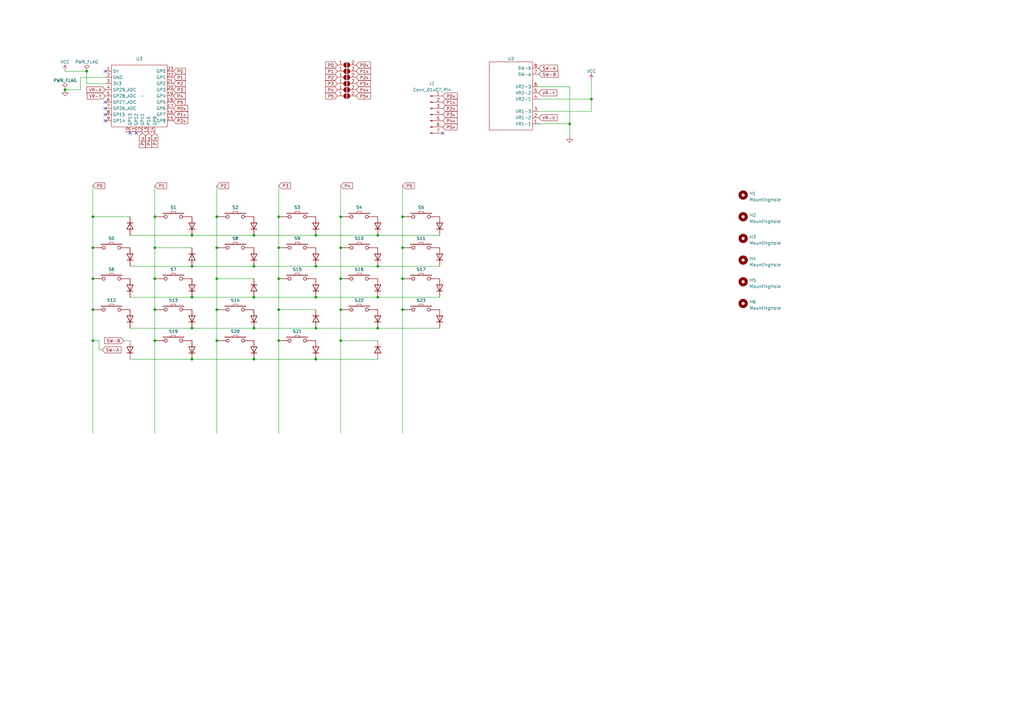
<source format=kicad_sch>
(kicad_sch (version 20230121) (generator eeschema)
  (paper "A3")
  (lib_symbols
    (symbol "Connector:Conn_01x07_Pin" (pin_names (offset 1.016) hide)
      (property "Reference" "J" (at 0 10.16 0))
      (property "Value" "Conn_01x07_Pin" (at 0 -10.16 0))
      (symbol "Conn_01x07_Pin_1_1"
        (polyline (pts (xy 1.27 -7.62) (xy 0.8636 -7.62)) (stroke (width 0.1524)))
        (polyline (pts (xy 1.27 -5.08) (xy 0.8636 -5.08)) (stroke (width 0.1524)))
        (polyline (pts (xy 1.27 -2.54) (xy 0.8636 -2.54)) (stroke (width 0.1524)))
        (polyline (pts (xy 1.27 0) (xy 0.8636 0)) (stroke (width 0.1524)))
        (polyline (pts (xy 1.27 2.54) (xy 0.8636 2.54)) (stroke (width 0.1524)))
        (polyline (pts (xy 1.27 5.08) (xy 0.8636 5.08)) (stroke (width 0.1524)))
        (polyline (pts (xy 1.27 7.62) (xy 0.8636 7.62)) (stroke (width 0.1524)))
        (rectangle (start 0.8636 -7.493) (end 0 -7.747) (stroke (width 0.1524)) (fill (type outline)))
        (rectangle (start 0.8636 -4.953) (end 0 -5.207) (stroke (width 0.1524)) (fill (type outline)))
        (rectangle (start 0.8636 -2.413) (end 0 -2.667) (stroke (width 0.1524)) (fill (type outline)))
        (rectangle (start 0.8636 0.127) (end 0 -0.127) (stroke (width 0.1524)) (fill (type outline)))
        (rectangle (start 0.8636 2.667) (end 0 2.413) (stroke (width 0.1524)) (fill (type outline)))
        (rectangle (start 0.8636 5.207) (end 0 4.953) (stroke (width 0.1524)) (fill (type outline)))
        (rectangle (start 0.8636 7.747) (end 0 7.493) (stroke (width 0.1524)) (fill (type outline)))
        (pin passive line (at 5.08 7.62 180) (length 3.81) (name "Pin_1") (number "1"))
        (pin passive line (at 5.08 5.08 180) (length 3.81) (name "Pin_2") (number "2"))
        (pin passive line (at 5.08 2.54 180) (length 3.81) (name "Pin_3") (number "3"))
        (pin passive line (at 5.08 0 180) (length 3.81) (name "Pin_4") (number "4"))
        (pin passive line (at 5.08 -2.54 180) (length 3.81) (name "Pin_5") (number "5"))
        (pin passive line (at 5.08 -5.08 180) (length 3.81) (name "Pin_6") (number "6"))
        (pin passive line (at 5.08 -7.62 180) (length 3.81) (name "Pin_7") (number "7"))
      )
    )
    (symbol "Diode:1N4148" (pin_numbers hide) (pin_names hide)
      (property "Reference" "D" (at 0 2.54 0))
      (property "Value" "1N4148" (at 0 -2.54 0))
      (symbol "1N4148_0_1"
        (polyline (pts (xy -1.27 1.27) (xy -1.27 -1.27)) (stroke (width 0.254)))
        (polyline (pts (xy 1.27 0) (xy -1.27 0)))
        (polyline (pts (xy 1.27 1.27) (xy 1.27 -1.27) (xy -1.27 0) (xy 1.27 1.27)) (stroke (width 0.254)))
      )
      (symbol "1N4148_1_1"
        (pin passive line (at -3.81 0 0) (length 2.54) (name "K") (number "1"))
        (pin passive line (at 3.81 0 180) (length 2.54) (name "A") (number "2"))
      )
    )
    (symbol "Jumper:SolderJumper_2_Open" (pin_names (offset 0) hide)
      (property "Reference" "JP" (at 0 2.032 0))
      (property "Value" "SolderJumper_2_Open" (at 0 -2.54 0))
      (symbol "SolderJumper_2_Open_0_1"
        (arc (start -0.254 1.016) (mid -1.2656 0) (end -0.254 -1.016))
        (arc (start -0.254 1.016) (mid -1.2656 0) (end -0.254 -1.016) (fill (type outline)))
        (polyline (pts (xy -0.254 1.016) (xy -0.254 -1.016)))
        (polyline (pts (xy 0.254 1.016) (xy 0.254 -1.016)))
        (arc (start 0.254 -1.016) (mid 1.2656 0) (end 0.254 1.016))
        (arc (start 0.254 -1.016) (mid 1.2656 0) (end 0.254 1.016) (fill (type outline)))
      )
      (symbol "SolderJumper_2_Open_1_1"
        (pin passive line (at -3.81 0 0) (length 2.54) (name "A") (number "1"))
        (pin passive line (at 3.81 0 180) (length 2.54) (name "B") (number "2"))
      )
    )
    (symbol "Mechanical:MountingHole" (pin_names (offset 1.016))
      (property "Reference" "H" (at 0 5.08 0))
      (property "Value" "MountingHole" (at 0 3.175 0))
      (symbol "MountingHole_0_1"
        (circle (center 0 0) (radius 1.27) (stroke (width 1.27)))
      )
    )
    (symbol "foostan/kbd:SW_PUSH" (pin_numbers hide) (pin_names (offset 1.016) hide)
      (property "Reference" "SW" (at 3.81 2.794 0))
      (property "Value" "SW_PUSH" (at 0 -2.032 0))
      (symbol "SW_PUSH_0_1"
        (rectangle (start -4.318 1.27) (end 4.318 1.524))
        (polyline (pts (xy -1.016 1.524) (xy -0.762 2.286) (xy 0.762 2.286) (xy 1.016 1.524)))
        (pin passive inverted (at -7.62 0 0) (length 5.08) (name "1") (number "1"))
        (pin passive inverted (at 7.62 0 180) (length 5.08) (name "2") (number "2"))
      )
    )
    (symbol "power:GND" (power) (pin_names (offset 0))
      (property "Value" "GND" (at 0 -3.81 0))
      (symbol "GND_0_1"
        (polyline (pts (xy 0 0) (xy 0 -1.27) (xy 1.27 -1.27) (xy 0 -2.54) (xy -1.27 -1.27) (xy 0 -1.27)))
      )
      (symbol "GND_1_1"
        (pin power_in line (at 0 0 270) (length 0) hide (name "GND") (number "1"))
      )
    )
    (symbol "power:PWR_FLAG" (power) (pin_numbers hide) (pin_names (offset 0) hide)
      (property "Value" "PWR_FLAG" (at 0 3.81 0))
      (symbol "PWR_FLAG_0_0"
        (pin power_out line (at 0 0 90) (length 0) (name "pwr") (number "1"))
      )
      (symbol "PWR_FLAG_0_1"
        (polyline (pts (xy 0 0) (xy 0 1.27) (xy -1.016 1.905) (xy 0 2.54) (xy 1.016 1.905) (xy 0 1.27)))
      )
    )
    (symbol "power:VCC" (power) (pin_names (offset 0))
      (property "Value" "VCC" (at 0 3.81 0))
      (symbol "VCC_0_1"
        (polyline (pts (xy -0.762 1.27) (xy 0 2.54)))
        (polyline (pts (xy 0 0) (xy 0 2.54)))
        (polyline (pts (xy 0 2.54) (xy 0.762 1.27)))
      )
      (symbol "VCC_1_1"
        (pin power_in line (at 0 0 90) (length 0) hide (name "VCC") (number "1"))
      )
    )
    (symbol "xiao:RKJXV122400R"
      (property "Reference" "U" (at 0 -2.54 0))
      (symbol "RKJXV122400R_0_1"
        (rectangle (start -20.32 25.4) (end -2.54 -2.54))
      )
      (symbol "RKJXV122400R_1_1"
        (pin input line (at 0 0 180) (length 2.54) (name "VR1-1") (number "1"))
        (pin output line (at 0 2.54 180) (length 2.54) (name "VR1-2") (number "2"))
        (pin input line (at 0 5.08 180) (length 2.54) (name "VR1-3") (number "3"))
        (pin input line (at 0 10.16 180) (length 2.54) (name "VR2-1") (number "4"))
        (pin output line (at 0 12.7 180) (length 2.54) (name "VR2-2") (number "5"))
        (pin input line (at 0 15.24 180) (length 2.54) (name "VR2-3") (number "6"))
        (pin input line (at 0 20.32 180) (length 2.54) (name "SW-a") (number "7"))
        (pin input line (at 0 22.86 180) (length 2.54) (name "SW-b") (number "8"))
      )
    )
    (symbol "xiao:rp2040zero"
      (property "Reference" "U" (at 0 0 0))
      (symbol "rp2040zero_0_1"
        (rectangle (start -12.7 -12.7) (end 10.16 12.7))
      )
      (symbol "rp2040zero_1_1"
        (pin input line (at -15.24 10.16 0) (length 2.54) (name "5V") (number "1"))
        (pin input line (at -5.08 -15.24 90) (length 2.54) (name "GP13") (number "10"))
        (pin input line (at -2.54 -15.24 90) (length 2.54) (name "GP12") (number "11"))
        (pin input line (at 0 -15.24 90) (length 2.54) (name "GP11") (number "12"))
        (pin input line (at 2.54 -15.24 90) (length 2.54) (name "P10") (number "13"))
        (pin input line (at 5.08 -15.24 90) (length 2.54) (name "GP9") (number "14"))
        (pin input line (at 12.7 -10.16 180) (length 2.54) (name "GP8") (number "15"))
        (pin input line (at 12.7 -7.62 180) (length 2.54) (name "GP7") (number "16"))
        (pin input line (at 12.7 -5.08 180) (length 2.54) (name "GP6") (number "17"))
        (pin input line (at 12.7 -2.54 180) (length 2.54) (name "GP5") (number "18"))
        (pin input line (at 12.7 0 180) (length 2.54) (name "GP4") (number "19"))
        (pin input line (at -15.24 7.62 0) (length 2.54) (name "GND") (number "2"))
        (pin input line (at 12.7 2.54 180) (length 2.54) (name "GP3") (number "20"))
        (pin input line (at 12.7 5.08 180) (length 2.54) (name "GP2") (number "21"))
        (pin input line (at 12.7 7.62 180) (length 2.54) (name "GP1") (number "22"))
        (pin input line (at 12.7 10.16 180) (length 2.54) (name "GP0") (number "23"))
        (pin input line (at -15.24 5.08 0) (length 2.54) (name "3V3") (number "3"))
        (pin input line (at -15.24 2.54 0) (length 2.54) (name "GP29_ADC") (number "4"))
        (pin input line (at -15.24 0 0) (length 2.54) (name "GP28_ADC") (number "5"))
        (pin input line (at -15.24 -2.54 0) (length 2.54) (name "GP27_ADC") (number "6"))
        (pin input line (at -15.24 -5.08 0) (length 2.54) (name "GP26_ADC") (number "7"))
        (pin input line (at -15.24 -7.62 0) (length 2.54) (name "GP15") (number "8"))
        (pin input line (at -15.24 -10.16 0) (length 2.54) (name "GP14") (number "9"))
      )
    )
  )
  (junction (at 63.5 127))
  (junction (at 139.7 101.6))
  (junction (at 139.7 139.7))
  (junction (at 88.9 114.3))
  (junction (at 26.67 36.83))
  (junction (at 63.5 88.9))
  (junction (at 38.1 139.7))
  (junction (at 129.54 109.22))
  (junction (at 154.94 121.92))
  (junction (at 114.3 88.9))
  (junction (at 242.57 40.64))
  (junction (at 78.74 147.32))
  (junction (at 88.9 139.7))
  (junction (at 114.3 101.6))
  (junction (at 165.1 127))
  (junction (at 129.54 134.62))
  (junction (at 165.1 114.3))
  (junction (at 104.14 109.22))
  (junction (at 38.1 127))
  (junction (at 88.9 127))
  (junction (at 233.68 50.8))
  (junction (at 154.94 134.62))
  (junction (at 78.74 109.22))
  (junction (at 129.54 96.52))
  (junction (at 165.1 88.9))
  (junction (at 139.7 88.9))
  (junction (at 104.14 96.52))
  (junction (at 63.5 114.3))
  (junction (at 38.1 114.3))
  (junction (at 38.1 101.6))
  (junction (at 88.9 101.6))
  (junction (at 78.74 96.52))
  (junction (at 154.94 109.22))
  (junction (at 139.7 114.3))
  (junction (at 114.3 127))
  (junction (at 114.3 114.3))
  (junction (at 104.14 147.32))
  (junction (at 38.1 88.9))
  (junction (at 139.7 127))
  (junction (at 88.9 88.9))
  (junction (at 165.1 101.6))
  (junction (at 104.14 121.92))
  (junction (at 78.74 121.92))
  (junction (at 129.54 147.32))
  (junction (at 129.54 121.92))
  (junction (at 154.94 96.52))
  (junction (at 104.14 134.62))
  (junction (at 63.5 139.7))
  (junction (at 63.5 101.6))
  (junction (at 35.56 29.21))
  (junction (at 114.3 139.7))
  (junction (at 78.74 134.62))
  (no_connect (at 43.18 44.45))
  (no_connect (at 43.18 49.53))
  (no_connect (at 181.61 54.61))
  (no_connect (at 43.18 46.99))
  (no_connect (at 55.88 54.61))
  (no_connect (at 43.18 29.21))
  (no_connect (at 53.34 54.61))
  (no_connect (at 43.18 41.91))
  (wire (pts (xy 139.7 76.2) (xy 139.7 88.9)))
  (wire (pts (xy 53.34 109.22) (xy 78.74 109.22)))
  (wire (pts (xy 88.9 88.9) (xy 88.9 101.6)))
  (wire (pts (xy 114.3 101.6) (xy 114.3 114.3)))
  (wire (pts (xy 129.54 121.92) (xy 154.94 121.92)))
  (wire (pts (xy 220.98 45.72) (xy 242.57 45.72)))
  (wire (pts (xy 139.7 139.7) (xy 154.94 139.7)))
  (wire (pts (xy 139.7 88.9) (xy 139.7 101.6)))
  (wire (pts (xy 53.34 121.92) (xy 78.74 121.92)))
  (wire (pts (xy 233.68 55.88) (xy 233.68 50.8)))
  (wire (pts (xy 38.1 127) (xy 38.1 139.7)))
  (wire (pts (xy 38.1 76.2) (xy 38.1 88.9)))
  (wire (pts (xy 154.94 134.62) (xy 180.34 134.62)))
  (wire (pts (xy 41.91 143.51) (xy 40.64 143.51)))
  (wire (pts (xy 220.98 40.64) (xy 242.57 40.64)))
  (wire (pts (xy 63.5 127) (xy 63.5 139.7)))
  (wire (pts (xy 129.54 96.52) (xy 154.94 96.52)))
  (wire (pts (xy 35.56 29.21) (xy 35.56 34.29)))
  (wire (pts (xy 63.5 101.6) (xy 63.5 114.3)))
  (wire (pts (xy 38.1 114.3) (xy 38.1 127)))
  (wire (pts (xy 78.74 134.62) (xy 104.14 134.62)))
  (wire (pts (xy 165.1 114.3) (xy 165.1 127)))
  (wire (pts (xy 33.02 36.83) (xy 33.02 31.75)))
  (wire (pts (xy 88.9 114.3) (xy 88.9 127)))
  (wire (pts (xy 88.9 127) (xy 88.9 139.7)))
  (wire (pts (xy 53.34 96.52) (xy 78.74 96.52)))
  (wire (pts (xy 220.98 50.8) (xy 233.68 50.8)))
  (wire (pts (xy 88.9 101.6) (xy 88.9 114.3)))
  (wire (pts (xy 104.14 134.62) (xy 129.54 134.62)))
  (wire (pts (xy 129.54 134.62) (xy 154.94 134.62)))
  (wire (pts (xy 50.8 139.7) (xy 53.34 139.7)))
  (wire (pts (xy 53.34 147.32) (xy 78.74 147.32)))
  (wire (pts (xy 26.67 29.21) (xy 35.56 29.21)))
  (wire (pts (xy 114.3 114.3) (xy 114.3 127)))
  (wire (pts (xy 154.94 121.92) (xy 180.34 121.92)))
  (wire (pts (xy 165.1 88.9) (xy 165.1 101.6)))
  (wire (pts (xy 40.64 139.7) (xy 38.1 139.7)))
  (wire (pts (xy 38.1 139.7) (xy 38.1 177.8)))
  (wire (pts (xy 26.67 36.83) (xy 33.02 36.83)))
  (wire (pts (xy 114.3 127) (xy 114.3 139.7)))
  (wire (pts (xy 63.5 88.9) (xy 63.5 101.6)))
  (wire (pts (xy 35.56 34.29) (xy 43.18 34.29)))
  (wire (pts (xy 114.3 127) (xy 129.54 127)))
  (wire (pts (xy 104.14 147.32) (xy 129.54 147.32)))
  (wire (pts (xy 40.64 143.51) (xy 40.64 139.7)))
  (wire (pts (xy 154.94 109.22) (xy 180.34 109.22)))
  (wire (pts (xy 63.5 76.2) (xy 63.5 88.9)))
  (wire (pts (xy 114.3 88.9) (xy 114.3 101.6)))
  (wire (pts (xy 104.14 109.22) (xy 129.54 109.22)))
  (wire (pts (xy 104.14 96.52) (xy 129.54 96.52)))
  (wire (pts (xy 139.7 127) (xy 139.7 139.7)))
  (wire (pts (xy 63.5 139.7) (xy 63.5 177.8)))
  (wire (pts (xy 154.94 96.52) (xy 180.34 96.52)))
  (wire (pts (xy 242.57 45.72) (xy 242.57 40.64)))
  (wire (pts (xy 33.02 31.75) (xy 43.18 31.75)))
  (wire (pts (xy 78.74 121.92) (xy 104.14 121.92)))
  (wire (pts (xy 165.1 101.6) (xy 165.1 114.3)))
  (wire (pts (xy 165.1 76.2) (xy 165.1 88.9)))
  (wire (pts (xy 78.74 109.22) (xy 104.14 109.22)))
  (wire (pts (xy 139.7 114.3) (xy 139.7 127)))
  (wire (pts (xy 88.9 114.3) (xy 104.14 114.3)))
  (wire (pts (xy 114.3 139.7) (xy 114.3 177.8)))
  (wire (pts (xy 104.14 121.92) (xy 129.54 121.92)))
  (wire (pts (xy 78.74 147.32) (xy 104.14 147.32)))
  (wire (pts (xy 88.9 139.7) (xy 88.9 177.8)))
  (wire (pts (xy 38.1 88.9) (xy 53.34 88.9)))
  (wire (pts (xy 114.3 76.2) (xy 114.3 88.9)))
  (wire (pts (xy 129.54 147.32) (xy 154.94 147.32)))
  (wire (pts (xy 139.7 139.7) (xy 139.7 177.8)))
  (wire (pts (xy 78.74 96.52) (xy 104.14 96.52)))
  (wire (pts (xy 220.98 35.56) (xy 233.68 35.56)))
  (wire (pts (xy 233.68 35.56) (xy 233.68 50.8)))
  (wire (pts (xy 139.7 101.6) (xy 139.7 114.3)))
  (wire (pts (xy 63.5 114.3) (xy 63.5 127)))
  (wire (pts (xy 165.1 127) (xy 165.1 177.8)))
  (wire (pts (xy 63.5 101.6) (xy 78.74 101.6)))
  (wire (pts (xy 38.1 101.6) (xy 38.1 114.3)))
  (wire (pts (xy 129.54 109.22) (xy 154.94 109.22)))
  (wire (pts (xy 38.1 88.9) (xy 38.1 101.6)))
  (wire (pts (xy 53.34 134.62) (xy 78.74 134.62)))
  (wire (pts (xy 242.57 40.64) (xy 242.57 33.02)))
  (wire (pts (xy 88.9 76.2) (xy 88.9 88.9)))
  (global_label "P0" (shape input) (at 71.12 29.21 0) (property "Intersheetrefs" "${INTERSHEET_REFS}" (effects hide)))
  (global_label "P2" (shape input) (at 71.12 34.29 0) (property "Intersheetrefs" "${INTERSHEET_REFS}" (effects hide)))
  (global_label "P4" (shape input) (at 139.7 76.2 0) (property "Intersheetrefs" "${INTERSHEET_REFS}" (effects hide)))
  (global_label "P1" (shape input) (at 71.12 31.75 0) (property "Intersheetrefs" "${INTERSHEET_REFS}" (effects hide)))
  (global_label "P4x" (shape input) (at 181.61 49.53 0) (property "Intersheetrefs" "${INTERSHEET_REFS}" (effects hide)))
  (global_label "VR-X" (shape input) (at 220.98 48.26 0) (property "Intersheetrefs" "${INTERSHEET_REFS}" (effects hide)))
  (global_label "P1" (shape input) (at 63.5 76.2 0) (property "Intersheetrefs" "${INTERSHEET_REFS}" (effects hide)))
  (global_label "P1x" (shape input) (at 146.05 29.21 0) (property "Intersheetrefs" "${INTERSHEET_REFS}" (effects hide)))
  (global_label "P3x" (shape input) (at 63.5 54.61 270) (property "Intersheetrefs" "${INTERSHEET_REFS}" (effects hide)))
  (global_label "P5x" (shape input) (at 181.61 52.07 0) (property "Intersheetrefs" "${INTERSHEET_REFS}" (effects hide)))
  (global_label "P5" (shape input) (at 165.1 76.2 0) (property "Intersheetrefs" "${INTERSHEET_REFS}" (effects hide)))
  (global_label "P4x" (shape input) (at 60.96 54.61 270) (property "Intersheetrefs" "${INTERSHEET_REFS}" (effects hide)))
  (global_label "P4" (shape input) (at 71.12 39.37 0) (property "Intersheetrefs" "${INTERSHEET_REFS}" (effects hide)))
  (global_label "P0x" (shape input) (at 146.05 26.67 0) (property "Intersheetrefs" "${INTERSHEET_REFS}" (effects hide)))
  (global_label "P3" (shape input) (at 71.12 36.83 0) (property "Intersheetrefs" "${INTERSHEET_REFS}" (effects hide)))
  (global_label "P0x" (shape input) (at 181.61 39.37 0) (property "Intersheetrefs" "${INTERSHEET_REFS}" (effects hide)))
  (global_label "P2" (shape input) (at 88.9 76.2 0) (property "Intersheetrefs" "${INTERSHEET_REFS}" (effects hide)))
  (global_label "P1x" (shape input) (at 181.61 41.91 0) (property "Intersheetrefs" "${INTERSHEET_REFS}" (effects hide)))
  (global_label "VR-Y" (shape input) (at 220.98 38.1 0) (property "Intersheetrefs" "${INTERSHEET_REFS}" (effects hide)))
  (global_label "P3x" (shape input) (at 181.61 46.99 0) (property "Intersheetrefs" "${INTERSHEET_REFS}" (effects hide)))
  (global_label "P3x" (shape input) (at 146.05 34.29 0) (property "Intersheetrefs" "${INTERSHEET_REFS}" (effects hide)))
  (global_label "VR-Y" (shape input) (at 43.18 39.37 180) (property "Intersheetrefs" "${INTERSHEET_REFS}" (effects hide)))
  (global_label "P2" (shape input) (at 138.43 31.75 180) (property "Intersheetrefs" "${INTERSHEET_REFS}" (effects hide)))
  (global_label "SW-A" (shape input) (at 220.98 27.94 0) (property "Intersheetrefs" "${INTERSHEET_REFS}" (effects hide)))
  (global_label "P5x" (shape input) (at 146.05 39.37 0) (property "Intersheetrefs" "${INTERSHEET_REFS}" (effects hide)))
  (global_label "SW-B" (shape input) (at 50.8 139.7 180) (property "Intersheetrefs" "${INTERSHEET_REFS}" (effects hide)))
  (global_label "P0x" (shape input) (at 71.12 44.45 0) (property "Intersheetrefs" "${INTERSHEET_REFS}" (effects hide)))
  (global_label "P2x" (shape input) (at 181.61 44.45 0) (property "Intersheetrefs" "${INTERSHEET_REFS}" (effects hide)))
  (global_label "P4x" (shape input) (at 146.05 36.83 0) (property "Intersheetrefs" "${INTERSHEET_REFS}" (effects hide)))
  (global_label "P2x" (shape input) (at 71.12 49.53 0) (property "Intersheetrefs" "${INTERSHEET_REFS}" (effects hide)))
  (global_label "P3" (shape input) (at 138.43 34.29 180) (property "Intersheetrefs" "${INTERSHEET_REFS}" (effects hide)))
  (global_label "SW-B" (shape input) (at 220.98 30.48 0) (property "Intersheetrefs" "${INTERSHEET_REFS}" (effects hide)))
  (global_label "P1" (shape input) (at 138.43 29.21 180) (property "Intersheetrefs" "${INTERSHEET_REFS}" (effects hide)))
  (global_label "P2x" (shape input) (at 146.05 31.75 0) (property "Intersheetrefs" "${INTERSHEET_REFS}" (effects hide)))
  (global_label "P5" (shape input) (at 138.43 39.37 180) (property "Intersheetrefs" "${INTERSHEET_REFS}" (effects hide)))
  (global_label "P0" (shape input) (at 38.1 76.2 0) (property "Intersheetrefs" "${INTERSHEET_REFS}" (effects hide)))
  (global_label "P5x" (shape input) (at 58.42 54.61 270) (property "Intersheetrefs" "${INTERSHEET_REFS}" (effects hide)))
  (global_label "P5" (shape input) (at 71.12 41.91 0) (property "Intersheetrefs" "${INTERSHEET_REFS}" (effects hide)))
  (global_label "P3" (shape input) (at 114.3 76.2 0) (property "Intersheetrefs" "${INTERSHEET_REFS}" (effects hide)))
  (global_label "P4" (shape input) (at 138.43 36.83 180) (property "Intersheetrefs" "${INTERSHEET_REFS}" (effects hide)))
  (global_label "VR-X" (shape input) (at 43.18 36.83 180) (property "Intersheetrefs" "${INTERSHEET_REFS}" (effects hide)))
  (global_label "SW-A" (shape input) (at 41.91 143.51 0) (property "Intersheetrefs" "${INTERSHEET_REFS}" (effects hide)))
  (global_label "P0" (shape input) (at 138.43 26.67 180) (property "Intersheetrefs" "${INTERSHEET_REFS}" (effects hide)))
  (global_label "P1x" (shape input) (at 71.12 46.99 0) (property "Intersheetrefs" "${INTERSHEET_REFS}" (effects hide)))
  (symbol (lib_id "foostan/kbd:SW_PUSH") (at 172.72 127 0) (unit 1)
    (property "Reference" "S23" (at 172.72 123.19 0))
    (property "Value" "SW_PUSH" (effects hide))
    (property "Footprint" "foostan/kbd:CherryMX_Hotswap" (effects hide))
  )
  (symbol (lib_id "Diode:1N4148") (at 129.54 92.71 90) (unit 1)
    (property "Reference" "D25" (effects hide))
    (property "Value" "1N4148" (effects hide))
    (property "Footprint" "foostan/kbd:D3_SMD_v2" (effects hide))
    (property "Datasheet" "https://assets.nexperia.com/documents/data-sheet/1N4148_1N4448.pdf" (effects hide))
    (property "Sim.Device" "D" (effects hide))
    (property "Sim.Pins" "1=K 2=A" (effects hide))
  )
  (symbol (lib_id "Jumper:SolderJumper_2_Open") (at 142.24 36.83 0) (unit 1)
    (property "Reference" "JP5" (effects hide))
    (property "Value" "SolderJumper_2_Open" (effects hide))
    (property "Footprint" "Jumper:SolderJumper-2_P1.3mm_Open_Pad1.0x1.5mm" (effects hide))
  )
  (symbol (lib_id "Diode:1N4148") (at 154.94 105.41 90) (unit 1)
    (property "Reference" "D34" (effects hide))
    (property "Value" "1N4148" (effects hide))
    (property "Footprint" "foostan/kbd:D3_SMD_v2" (effects hide))
    (property "Datasheet" "https://assets.nexperia.com/documents/data-sheet/1N4148_1N4448.pdf" (effects hide))
    (property "Sim.Device" "D" (effects hide))
    (property "Sim.Pins" "1=K 2=A" (effects hide))
  )
  (symbol (lib_id "power:GND") (at 233.68 55.88 0) (unit 1)
    (property "Reference" "#PWR02" (effects hide))
    (property "Value" "GND" (effects hide))
  )
  (symbol (lib_id "Jumper:SolderJumper_2_Open") (at 142.24 31.75 0) (unit 1)
    (property "Reference" "JP3" (effects hide))
    (property "Value" "SolderJumper_2_Open" (effects hide))
    (property "Footprint" "Jumper:SolderJumper-2_P1.3mm_Open_Pad1.0x1.5mm" (effects hide))
  )
  (symbol (lib_id "power:GND") (at 26.67 36.83 0) (unit 1)
    (property "Reference" "#PWR06" (effects hide))
    (property "Value" "GND" (effects hide))
  )
  (symbol (lib_id "Diode:1N4148") (at 104.14 118.11 270) (unit 1)
    (property "Reference" "D75" (effects hide))
    (property "Value" "1N4148" (effects hide))
    (property "Footprint" "foostan/kbd:D3_SMD_v2" (effects hide))
    (property "Datasheet" "https://assets.nexperia.com/documents/data-sheet/1N4148_1N4448.pdf" (effects hide))
    (property "Sim.Device" "D" (effects hide))
    (property "Sim.Pins" "1=K 2=A" (effects hide))
  )
  (symbol (lib_id "Diode:1N4148") (at 154.94 92.71 90) (unit 1)
    (property "Reference" "D33" (effects hide))
    (property "Value" "1N4148" (effects hide))
    (property "Footprint" "foostan/kbd:D3_SMD_v2" (effects hide))
    (property "Datasheet" "https://assets.nexperia.com/documents/data-sheet/1N4148_1N4448.pdf" (effects hide))
    (property "Sim.Device" "D" (effects hide))
    (property "Sim.Pins" "1=K 2=A" (effects hide))
  )
  (symbol (lib_id "foostan/kbd:SW_PUSH") (at 96.52 139.7 0) (unit 1)
    (property "Reference" "S20" (at 96.52 135.89 0))
    (property "Value" "SW_PUSH" (effects hide))
    (property "Footprint" "foostan/kbd:CherryMX_Hotswap" (effects hide))
  )
  (symbol (lib_id "foostan/kbd:SW_PUSH") (at 45.72 127 0) (unit 1)
    (property "Reference" "S12" (at 45.72 123.19 0))
    (property "Value" "SW_PUSH" (effects hide))
    (property "Footprint" "foostan/kbd:CherryMX_Hotswap" (effects hide))
  )
  (symbol (lib_id "Diode:1N4148") (at 129.54 105.41 90) (unit 1)
    (property "Reference" "D26" (effects hide))
    (property "Value" "1N4148" (effects hide))
    (property "Footprint" "foostan/kbd:D3_SMD_v2" (effects hide))
    (property "Datasheet" "https://assets.nexperia.com/documents/data-sheet/1N4148_1N4448.pdf" (effects hide))
    (property "Sim.Device" "D" (effects hide))
    (property "Sim.Pins" "1=K 2=A" (effects hide))
  )
  (symbol (lib_id "Mechanical:MountingHole") (at 304.8 106.68 0) (unit 1)
    (property "Reference" "H4" (at 307.34 106.045 0) (effects (justify left)))
    (property "Value" "MountingHole" (at 307.34 108.585 0) (effects (justify left)))
    (property "Footprint" "xiao:hole_2.5" (effects hide))
  )
  (symbol (lib_id "Diode:1N4148") (at 53.34 92.71 270) (unit 1)
    (property "Reference" "D73" (effects hide))
    (property "Value" "1N4148" (effects hide))
    (property "Footprint" "foostan/kbd:D3_SMD_v2" (effects hide))
    (property "Datasheet" "https://assets.nexperia.com/documents/data-sheet/1N4148_1N4448.pdf" (effects hide))
    (property "Sim.Device" "D" (effects hide))
    (property "Sim.Pins" "1=K 2=A" (effects hide))
  )
  (symbol (lib_id "Diode:1N4148") (at 78.74 118.11 90) (unit 1)
    (property "Reference" "D10" (effects hide))
    (property "Value" "1N4148" (effects hide))
    (property "Footprint" "foostan/kbd:D3_SMD_v2" (effects hide))
    (property "Datasheet" "https://assets.nexperia.com/documents/data-sheet/1N4148_1N4448.pdf" (effects hide))
    (property "Sim.Device" "D" (effects hide))
    (property "Sim.Pins" "1=K 2=A" (effects hide))
  )
  (symbol (lib_id "foostan/kbd:SW_PUSH") (at 147.32 127 0) (unit 1)
    (property "Reference" "S22" (at 147.32 123.19 0))
    (property "Value" "SW_PUSH" (effects hide))
    (property "Footprint" "foostan/kbd:CherryMX_Hotswap" (effects hide))
  )
  (symbol (lib_id "Jumper:SolderJumper_2_Open") (at 142.24 39.37 0) (unit 1)
    (property "Reference" "JP6" (effects hide))
    (property "Value" "SolderJumper_2_Open" (effects hide))
    (property "Footprint" "Jumper:SolderJumper-2_P1.3mm_Open_Pad1.0x1.5mm" (effects hide))
  )
  (symbol (lib_id "Mechanical:MountingHole") (at 304.8 115.57 0) (unit 1)
    (property "Reference" "H5" (at 307.34 114.935 0) (effects (justify left)))
    (property "Value" "MountingHole" (at 307.34 117.475 0) (effects (justify left)))
    (property "Footprint" "xiao:hole_2.5" (effects hide))
  )
  (symbol (lib_id "Mechanical:MountingHole") (at 304.8 97.79 0) (unit 1)
    (property "Reference" "H3" (at 307.34 97.155 0) (effects (justify left)))
    (property "Value" "MountingHole" (at 307.34 99.695 0) (effects (justify left)))
    (property "Footprint" "xiao:hole_2.5" (effects hide))
  )
  (symbol (lib_id "power:PWR_FLAG") (at 26.67 36.83 0) (unit 1)
    (property "Reference" "#FLG04" (effects hide))
    (property "Value" "PWR_FLAG" (at 26.67 33.02 0))
  )
  (symbol (lib_id "Diode:1N4148") (at 104.14 105.41 90) (unit 1)
    (property "Reference" "D18" (effects hide))
    (property "Value" "1N4148" (effects hide))
    (property "Footprint" "foostan/kbd:D3_SMD_v2" (effects hide))
    (property "Datasheet" "https://assets.nexperia.com/documents/data-sheet/1N4148_1N4448.pdf" (effects hide))
    (property "Sim.Device" "D" (effects hide))
    (property "Sim.Pins" "1=K 2=A" (effects hide))
  )
  (symbol (lib_id "foostan/kbd:SW_PUSH") (at 147.32 114.3 0) (unit 1)
    (property "Reference" "S16" (at 147.32 110.49 0))
    (property "Value" "SW_PUSH" (effects hide))
    (property "Footprint" "foostan/kbd:CherryMX_Hotswap" (effects hide))
  )
  (symbol (lib_id "foostan/kbd:SW_PUSH") (at 121.92 139.7 0) (unit 1)
    (property "Reference" "S21" (at 121.92 135.89 0))
    (property "Value" "SW_PUSH" (effects hide))
    (property "Footprint" "foostan/kbd:CherryMX_Hotswap" (effects hide))
  )
  (symbol (lib_id "Mechanical:MountingHole") (at 304.8 80.01 0) (unit 1)
    (property "Reference" "H1" (at 307.34 79.375 0) (effects (justify left)))
    (property "Value" "MountingHole" (at 307.34 81.915 0) (effects (justify left)))
    (property "Footprint" "xiao:hole_2.5" (effects hide))
  )
  (symbol (lib_id "Diode:1N4148") (at 154.94 118.11 90) (unit 1)
    (property "Reference" "D35" (effects hide))
    (property "Value" "1N4148" (effects hide))
    (property "Footprint" "foostan/kbd:D3_SMD_v2" (effects hide))
    (property "Datasheet" "https://assets.nexperia.com/documents/data-sheet/1N4148_1N4448.pdf" (effects hide))
    (property "Sim.Device" "D" (effects hide))
    (property "Sim.Pins" "1=K 2=A" (effects hide))
  )
  (symbol (lib_id "foostan/kbd:SW_PUSH") (at 147.32 101.6 0) (unit 1)
    (property "Reference" "S10" (at 147.32 97.79 0))
    (property "Value" "SW_PUSH" (effects hide))
    (property "Footprint" "foostan/kbd:CherryMX_Hotswap" (effects hide))
  )
  (symbol (lib_id "xiao:rp2040zero") (at 58.42 39.37 0) (unit 1)
    (property "Reference" "U3" (at 57.15 24.13 0))
    (property "Value" "~" (at 58.42 39.37 0))
    (property "Footprint" "xiao:RP2040-Zero" (effects hide))
  )
  (symbol (lib_id "Diode:1N4148") (at 129.54 130.81 270) (unit 1)
    (property "Reference" "D76" (effects hide))
    (property "Value" "1N4148" (effects hide))
    (property "Footprint" "foostan/kbd:D3_SMD_v2" (effects hide))
    (property "Datasheet" "https://assets.nexperia.com/documents/data-sheet/1N4148_1N4448.pdf" (effects hide))
    (property "Sim.Device" "D" (effects hide))
    (property "Sim.Pins" "1=K 2=A" (effects hide))
  )
  (symbol (lib_id "Diode:1N4148") (at 53.34 143.51 90) (unit 1)
    (property "Reference" "D22" (effects hide))
    (property "Value" "1N4148" (effects hide))
    (property "Footprint" "foostan/kbd:D3_SMD_v2" (effects hide))
    (property "Datasheet" "https://assets.nexperia.com/documents/data-sheet/1N4148_1N4448.pdf" (effects hide))
    (property "Sim.Device" "D" (effects hide))
    (property "Sim.Pins" "1=K 2=A" (effects hide))
  )
  (symbol (lib_id "foostan/kbd:SW_PUSH") (at 147.32 88.9 0) (unit 1)
    (property "Reference" "S4" (at 147.32 85.09 0))
    (property "Value" "SW_PUSH" (effects hide))
    (property "Footprint" "foostan/kbd:CherryMX_Hotswap" (effects hide))
  )
  (symbol (lib_id "Diode:1N4148") (at 78.74 105.41 270) (unit 1)
    (property "Reference" "D74" (effects hide))
    (property "Value" "1N4148" (effects hide))
    (property "Footprint" "foostan/kbd:D3_SMD_v2" (effects hide))
    (property "Datasheet" "https://assets.nexperia.com/documents/data-sheet/1N4148_1N4448.pdf" (effects hide))
    (property "Sim.Device" "D" (effects hide))
    (property "Sim.Pins" "1=K 2=A" (effects hide))
  )
  (symbol (lib_id "Mechanical:MountingHole") (at 304.8 124.46 0) (unit 1)
    (property "Reference" "H6" (at 307.34 123.825 0) (effects (justify left)))
    (property "Value" "MountingHole" (at 307.34 126.365 0) (effects (justify left)))
    (property "Footprint" "xiao:hole_2.5" (effects hide))
  )
  (symbol (lib_id "foostan/kbd:SW_PUSH") (at 172.72 88.9 0) (unit 1)
    (property "Reference" "S5" (at 172.72 85.09 0))
    (property "Value" "SW_PUSH" (effects hide))
    (property "Footprint" "foostan/kbd:CherryMX_Hotswap" (effects hide))
  )
  (symbol (lib_id "Diode:1N4148") (at 53.34 118.11 90) (unit 1)
    (property "Reference" "D2" (effects hide))
    (property "Value" "1N4148" (effects hide))
    (property "Footprint" "foostan/kbd:D3_SMD_v2" (effects hide))
    (property "Datasheet" "https://assets.nexperia.com/documents/data-sheet/1N4148_1N4448.pdf" (effects hide))
    (property "Sim.Device" "D" (effects hide))
    (property "Sim.Pins" "1=K 2=A" (effects hide))
  )
  (symbol (lib_id "foostan/kbd:SW_PUSH") (at 96.52 88.9 0) (unit 1)
    (property "Reference" "S2" (at 96.52 85.09 0))
    (property "Value" "SW_PUSH" (effects hide))
    (property "Footprint" "foostan/kbd:CherryMX_Hotswap" (effects hide))
  )
  (symbol (lib_id "foostan/kbd:SW_PUSH") (at 172.72 101.6 0) (unit 1)
    (property "Reference" "S11" (at 172.72 97.79 0))
    (property "Value" "SW_PUSH" (effects hide))
    (property "Footprint" "foostan/kbd:CherryMX_Hotswap" (effects hide))
  )
  (symbol (lib_id "Mechanical:MountingHole") (at 304.8 88.9 0) (unit 1)
    (property "Reference" "H2" (at 307.34 88.265 0) (effects (justify left)))
    (property "Value" "MountingHole" (at 307.34 90.805 0) (effects (justify left)))
    (property "Footprint" "xiao:hole_2.5" (effects hide))
  )
  (symbol (lib_id "foostan/kbd:SW_PUSH") (at 121.92 88.9 0) (unit 1)
    (property "Reference" "S3" (at 121.92 85.09 0))
    (property "Value" "SW_PUSH" (effects hide))
    (property "Footprint" "foostan/kbd:CherryMX_Hotswap" (effects hide))
  )
  (symbol (lib_id "Diode:1N4148") (at 78.74 143.51 90) (unit 1)
    (property "Reference" "D12" (effects hide))
    (property "Value" "1N4148" (effects hide))
    (property "Footprint" "foostan/kbd:D3_SMD_v2" (effects hide))
    (property "Datasheet" "https://assets.nexperia.com/documents/data-sheet/1N4148_1N4448.pdf" (effects hide))
    (property "Sim.Device" "D" (effects hide))
    (property "Sim.Pins" "1=K 2=A" (effects hide))
  )
  (symbol (lib_id "Jumper:SolderJumper_2_Open") (at 142.24 34.29 0) (unit 1)
    (property "Reference" "JP4" (effects hide))
    (property "Value" "SolderJumper_2_Open" (effects hide))
    (property "Footprint" "Jumper:SolderJumper-2_P1.3mm_Open_Pad1.0x1.5mm" (effects hide))
  )
  (symbol (lib_id "Jumper:SolderJumper_2_Open") (at 142.24 29.21 0) (unit 1)
    (property "Reference" "JP2" (effects hide))
    (property "Value" "SolderJumper_2_Open" (effects hide))
    (property "Footprint" "Jumper:SolderJumper-2_P1.3mm_Open_Pad1.0x1.5mm" (effects hide))
  )
  (symbol (lib_id "Diode:1N4148") (at 104.14 130.81 90) (unit 1)
    (property "Reference" "D19" (effects hide))
    (property "Value" "1N4148" (effects hide))
    (property "Footprint" "foostan/kbd:D3_SMD_v2" (effects hide))
    (property "Datasheet" "https://assets.nexperia.com/documents/data-sheet/1N4148_1N4448.pdf" (effects hide))
    (property "Sim.Device" "D" (effects hide))
    (property "Sim.Pins" "1=K 2=A" (effects hide))
  )
  (symbol (lib_id "foostan/kbd:SW_PUSH") (at 71.12 114.3 0) (unit 1)
    (property "Reference" "S7" (at 71.12 110.49 0))
    (property "Value" "SW_PUSH" (effects hide))
    (property "Footprint" "foostan/kbd:CherryMX_Hotswap" (effects hide))
  )
  (symbol (lib_id "foostan/kbd:SW_PUSH") (at 121.92 101.6 0) (unit 1)
    (property "Reference" "S9" (at 121.92 97.79 0))
    (property "Value" "SW_PUSH" (effects hide))
    (property "Footprint" "foostan/kbd:CherryMX_Hotswap" (effects hide))
  )
  (symbol (lib_id "Diode:1N4148") (at 104.14 143.51 90) (unit 1)
    (property "Reference" "D20" (effects hide))
    (property "Value" "1N4148" (effects hide))
    (property "Footprint" "foostan/kbd:D3_SMD_v2" (effects hide))
    (property "Datasheet" "https://assets.nexperia.com/documents/data-sheet/1N4148_1N4448.pdf" (effects hide))
    (property "Sim.Device" "D" (effects hide))
    (property "Sim.Pins" "1=K 2=A" (effects hide))
  )
  (symbol (lib_id "Diode:1N4148") (at 129.54 143.51 90) (unit 1)
    (property "Reference" "D28" (effects hide))
    (property "Value" "1N4148" (effects hide))
    (property "Footprint" "foostan/kbd:D3_SMD_v2" (effects hide))
    (property "Datasheet" "https://assets.nexperia.com/documents/data-sheet/1N4148_1N4448.pdf" (effects hide))
    (property "Sim.Device" "D" (effects hide))
    (property "Sim.Pins" "1=K 2=A" (effects hide))
  )
  (symbol (lib_id "foostan/kbd:SW_PUSH") (at 96.52 127 0) (unit 1)
    (property "Reference" "S14" (at 96.52 123.19 0))
    (property "Value" "SW_PUSH" (effects hide))
    (property "Footprint" "foostan/kbd:CherryMX_Hotswap" (effects hide))
  )
  (symbol (lib_id "Diode:1N4148") (at 78.74 92.71 90) (unit 1)
    (property "Reference" "D9" (effects hide))
    (property "Value" "1N4148" (effects hide))
    (property "Footprint" "foostan/kbd:D3_SMD_v2" (effects hide))
    (property "Datasheet" "https://assets.nexperia.com/documents/data-sheet/1N4148_1N4448.pdf" (effects hide))
    (property "Sim.Device" "D" (effects hide))
    (property "Sim.Pins" "1=K 2=A" (effects hide))
  )
  (symbol (lib_id "Diode:1N4148") (at 53.34 105.41 90) (unit 1)
    (property "Reference" "D1" (effects hide))
    (property "Value" "1N4148" (effects hide))
    (property "Footprint" "foostan/kbd:D3_SMD_v2" (effects hide))
    (property "Datasheet" "https://assets.nexperia.com/documents/data-sheet/1N4148_1N4448.pdf" (effects hide))
    (property "Sim.Device" "D" (effects hide))
    (property "Sim.Pins" "1=K 2=A" (effects hide))
  )
  (symbol (lib_id "Diode:1N4148") (at 180.34 105.41 90) (unit 1)
    (property "Reference" "D42" (effects hide))
    (property "Value" "1N4148" (effects hide))
    (property "Footprint" "foostan/kbd:D3_SMD_v2" (effects hide))
    (property "Datasheet" "https://assets.nexperia.com/documents/data-sheet/1N4148_1N4448.pdf" (effects hide))
    (property "Sim.Device" "D" (effects hide))
    (property "Sim.Pins" "1=K 2=A" (effects hide))
  )
  (symbol (lib_id "foostan/kbd:SW_PUSH") (at 121.92 114.3 0) (unit 1)
    (property "Reference" "S15" (at 121.92 110.49 0))
    (property "Value" "SW_PUSH" (effects hide))
    (property "Footprint" "foostan/kbd:CherryMX_Hotswap" (effects hide))
  )
  (symbol (lib_id "Connector:Conn_01x07_Pin") (at 176.53 46.99 0) (unit 1)
    (property "Reference" "J1" (at 177.165 34.29 0))
    (property "Value" "Conn_01x07_Pin" (at 177.165 36.83 0))
    (property "Footprint" "Connector_PinSocket_2.54mm:PinSocket_1x07_P2.54mm_Vertical" (effects hide))
  )
  (symbol (lib_id "power:PWR_FLAG") (at 35.56 29.21 0) (unit 1)
    (property "Reference" "#FLG03" (effects hide))
    (property "Value" "PWR_FLAG" (at 35.56 25.4 0))
  )
  (symbol (lib_id "foostan/kbd:SW_PUSH") (at 71.12 88.9 0) (unit 1)
    (property "Reference" "S1" (at 71.12 85.09 0))
    (property "Value" "SW_PUSH" (effects hide))
    (property "Footprint" "foostan/kbd:CherryMX_Hotswap" (effects hide))
  )
  (symbol (lib_id "Diode:1N4148") (at 104.14 92.71 90) (unit 1)
    (property "Reference" "D17" (effects hide))
    (property "Value" "1N4148" (effects hide))
    (property "Footprint" "foostan/kbd:D3_SMD_v2" (effects hide))
    (property "Datasheet" "https://assets.nexperia.com/documents/data-sheet/1N4148_1N4448.pdf" (effects hide))
    (property "Sim.Device" "D" (effects hide))
    (property "Sim.Pins" "1=K 2=A" (effects hide))
  )
  (symbol (lib_id "Diode:1N4148") (at 129.54 118.11 90) (unit 1)
    (property "Reference" "D27" (effects hide))
    (property "Value" "1N4148" (effects hide))
    (property "Footprint" "foostan/kbd:D3_SMD_v2" (effects hide))
    (property "Datasheet" "https://assets.nexperia.com/documents/data-sheet/1N4148_1N4448.pdf" (effects hide))
    (property "Sim.Device" "D" (effects hide))
    (property "Sim.Pins" "1=K 2=A" (effects hide))
  )
  (symbol (lib_id "Diode:1N4148") (at 53.34 130.81 90) (unit 1)
    (property "Reference" "D3" (effects hide))
    (property "Value" "1N4148" (effects hide))
    (property "Footprint" "foostan/kbd:D3_SMD_v2" (effects hide))
    (property "Datasheet" "https://assets.nexperia.com/documents/data-sheet/1N4148_1N4448.pdf" (effects hide))
    (property "Sim.Device" "D" (effects hide))
    (property "Sim.Pins" "1=K 2=A" (effects hide))
  )
  (symbol (lib_id "Diode:1N4148") (at 154.94 143.51 270) (unit 1)
    (property "Reference" "D77" (effects hide))
    (property "Value" "1N4148" (effects hide))
    (property "Footprint" "foostan/kbd:D3_SMD_v2" (effects hide))
    (property "Datasheet" "https://assets.nexperia.com/documents/data-sheet/1N4148_1N4448.pdf" (effects hide))
    (property "Sim.Device" "D" (effects hide))
    (property "Sim.Pins" "1=K 2=A" (effects hide))
  )
  (symbol (lib_id "foostan/kbd:SW_PUSH") (at 71.12 139.7 0) (unit 1)
    (property "Reference" "S19" (at 71.12 135.89 0))
    (property "Value" "SW_PUSH" (effects hide))
    (property "Footprint" "foostan/kbd:CherryMX_Hotswap" (effects hide))
  )
  (symbol (lib_id "foostan/kbd:SW_PUSH") (at 96.52 101.6 0) (unit 1)
    (property "Reference" "S8" (at 96.52 97.79 0))
    (property "Value" "SW_PUSH" (effects hide))
    (property "Footprint" "foostan/kbd:CherryMX_Hotswap" (effects hide))
  )
  (symbol (lib_id "Diode:1N4148") (at 180.34 92.71 90) (unit 1)
    (property "Reference" "D41" (effects hide))
    (property "Value" "1N4148" (effects hide))
    (property "Footprint" "foostan/kbd:D3_SMD_v2" (effects hide))
    (property "Datasheet" "https://assets.nexperia.com/documents/data-sheet/1N4148_1N4448.pdf" (effects hide))
    (property "Sim.Device" "D" (effects hide))
    (property "Sim.Pins" "1=K 2=A" (effects hide))
  )
  (symbol (lib_id "power:VCC") (at 242.57 33.02 0) (unit 1)
    (property "Reference" "#PWR04" (effects hide))
    (property "Value" "VCC" (at 242.57 29.21 0))
  )
  (symbol (lib_id "Diode:1N4148") (at 180.34 130.81 90) (unit 1)
    (property "Reference" "D44" (effects hide))
    (property "Value" "1N4148" (effects hide))
    (property "Footprint" "foostan/kbd:D3_SMD_v2" (effects hide))
    (property "Datasheet" "https://assets.nexperia.com/documents/data-sheet/1N4148_1N4448.pdf" (effects hide))
    (property "Sim.Device" "D" (effects hide))
    (property "Sim.Pins" "1=K 2=A" (effects hide))
  )
  (symbol (lib_id "power:VCC") (at 26.67 29.21 0) (unit 1)
    (property "Reference" "#PWR05" (effects hide))
    (property "Value" "VCC" (at 26.67 25.4 0))
  )
  (symbol (lib_id "foostan/kbd:SW_PUSH") (at 172.72 114.3 0) (unit 1)
    (property "Reference" "S17" (at 172.72 110.49 0))
    (property "Value" "SW_PUSH" (effects hide))
    (property "Footprint" "foostan/kbd:CherryMX_Hotswap" (effects hide))
  )
  (symbol (lib_id "foostan/kbd:SW_PUSH") (at 71.12 127 0) (unit 1)
    (property "Reference" "S13" (at 71.12 123.19 0))
    (property "Value" "SW_PUSH" (effects hide))
    (property "Footprint" "foostan/kbd:CherryMX_Hotswap" (effects hide))
  )
  (symbol (lib_id "Diode:1N4148") (at 180.34 118.11 90) (unit 1)
    (property "Reference" "D43" (effects hide))
    (property "Value" "1N4148" (effects hide))
    (property "Footprint" "foostan/kbd:D3_SMD_v2" (effects hide))
    (property "Datasheet" "https://assets.nexperia.com/documents/data-sheet/1N4148_1N4448.pdf" (effects hide))
    (property "Sim.Device" "D" (effects hide))
    (property "Sim.Pins" "1=K 2=A" (effects hide))
  )
  (symbol (lib_id "Jumper:SolderJumper_2_Open") (at 142.24 26.67 0) (unit 1)
    (property "Reference" "JP1" (effects hide))
    (property "Value" "SolderJumper_2_Open" (effects hide))
    (property "Footprint" "Jumper:SolderJumper-2_P1.3mm_Open_Pad1.0x1.5mm" (effects hide))
  )
  (symbol (lib_id "xiao:RKJXV122400R") (at 220.98 50.8 0) (unit 1)
    (property "Reference" "U2" (at 209.55 24.13 0))
    (property "Value" "~" (at 220.98 50.8 0))
    (property "Footprint" "xiao:RKJXV122400R_CherryMX_Hotswap" (effects hide))
  )
  (symbol (lib_id "foostan/kbd:SW_PUSH") (at 45.72 114.3 0) (unit 1)
    (property "Reference" "S6" (at 45.72 110.49 0))
    (property "Value" "SW_PUSH" (effects hide))
    (property "Footprint" "foostan/kbd:CherryMX_Hotswap" (effects hide))
  )
  (symbol (lib_id "Diode:1N4148") (at 78.74 130.81 90) (unit 1)
    (property "Reference" "D11" (effects hide))
    (property "Value" "1N4148" (effects hide))
    (property "Footprint" "foostan/kbd:D3_SMD_v2" (effects hide))
    (property "Datasheet" "https://assets.nexperia.com/documents/data-sheet/1N4148_1N4448.pdf" (effects hide))
    (property "Sim.Device" "D" (effects hide))
    (property "Sim.Pins" "1=K 2=A" (effects hide))
  )
  (symbol (lib_id "Diode:1N4148") (at 154.94 130.81 90) (unit 1)
    (property "Reference" "D36" (effects hide))
    (property "Value" "1N4148" (effects hide))
    (property "Footprint" "foostan/kbd:D3_SMD_v2" (effects hide))
    (property "Datasheet" "https://assets.nexperia.com/documents/data-sheet/1N4148_1N4448.pdf" (effects hide))
    (property "Sim.Device" "D" (effects hide))
    (property "Sim.Pins" "1=K 2=A" (effects hide))
  )
  (symbol (lib_id "foostan/kbd:SW_PUSH") (at 45.72 101.6 0) (unit 1)
    (property "Reference" "S0" (at 45.72 97.79 0))
    (property "Value" "SW_PUSH" (effects hide))
    (property "Footprint" "foostan/kbd:CherryMX_Hotswap" (effects hide))
  )
)
</source>
